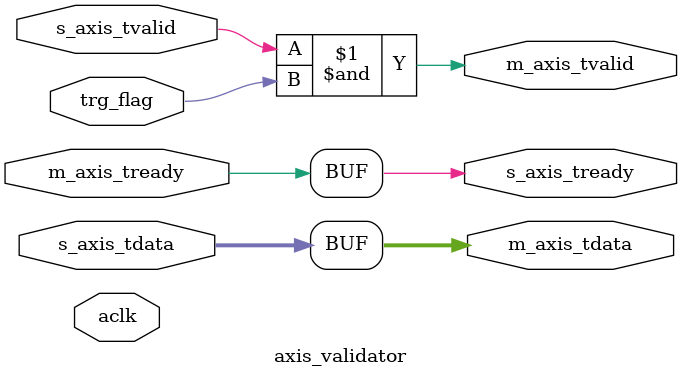
<source format=v>

`timescale 1 ns / 1 ps

module axis_validator #
(
  parameter integer AXIS_TDATA_WIDTH = 32
)
(
  // System signals
  input  wire                        aclk,

  input  wire                        trg_flag,

  // Slave side
  output wire                        s_axis_tready,
  input  wire [AXIS_TDATA_WIDTH-1:0] s_axis_tdata,
  input  wire                        s_axis_tvalid,

  // Master side
  input  wire                        m_axis_tready,
  output wire [AXIS_TDATA_WIDTH-1:0] m_axis_tdata,
  output wire                        m_axis_tvalid
);

  assign s_axis_tready = m_axis_tready;
  assign m_axis_tdata = s_axis_tdata;
  assign m_axis_tvalid = s_axis_tvalid & trg_flag;

endmodule

</source>
